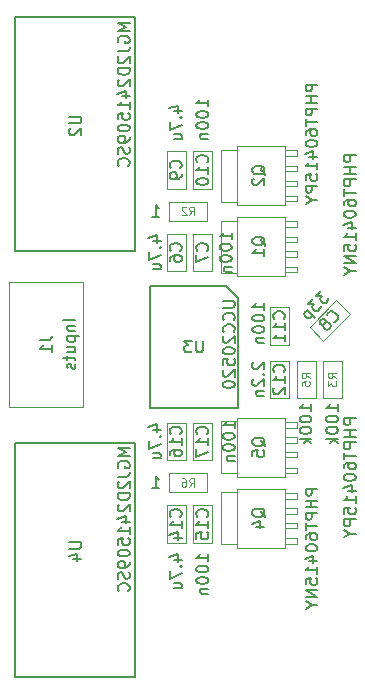
<source format=gbr>
G04 #@! TF.FileFunction,Other,Fab,Bot*
%FSLAX46Y46*%
G04 Gerber Fmt 4.6, Leading zero omitted, Abs format (unit mm)*
G04 Created by KiCad (PCBNEW 4.0.7) date 04/23/18 08:39:13*
%MOMM*%
%LPD*%
G01*
G04 APERTURE LIST*
%ADD10C,0.100000*%
%ADD11C,0.120000*%
%ADD12C,0.150000*%
%ADD13C,0.105000*%
G04 APERTURE END LIST*
D10*
D11*
X380000Y-23530000D02*
X6580000Y-23530000D01*
X6580000Y-23530000D02*
X6580000Y-34090000D01*
X6580000Y-34090000D02*
X380000Y-34090000D01*
X380000Y-34090000D02*
X380000Y-23530000D01*
D10*
X24050000Y-25650000D02*
X22450000Y-25650000D01*
X24050000Y-28850000D02*
X24050000Y-25650000D01*
X22450000Y-28850000D02*
X24050000Y-28850000D01*
X22450000Y-25650000D02*
X22450000Y-28850000D01*
X13700000Y-22600000D02*
X15300000Y-22600000D01*
X13700000Y-19400000D02*
X13700000Y-22600000D01*
X15300000Y-19400000D02*
X13700000Y-19400000D01*
X15300000Y-22600000D02*
X15300000Y-19400000D01*
X15950000Y-22600000D02*
X17550000Y-22600000D01*
X15950000Y-19400000D02*
X15950000Y-22600000D01*
X17550000Y-19400000D02*
X15950000Y-19400000D01*
X17550000Y-22600000D02*
X17550000Y-19400000D01*
X29197056Y-26184315D02*
X28065685Y-25052944D01*
X26934315Y-28447056D02*
X29197056Y-26184315D01*
X25802944Y-27315685D02*
X26934315Y-28447056D01*
X28065685Y-25052944D02*
X25802944Y-27315685D01*
X13700000Y-15600000D02*
X15300000Y-15600000D01*
X13700000Y-12400000D02*
X13700000Y-15600000D01*
X15300000Y-12400000D02*
X13700000Y-12400000D01*
X15300000Y-15600000D02*
X15300000Y-12400000D01*
X15950000Y-15600000D02*
X17550000Y-15600000D01*
X15950000Y-12400000D02*
X15950000Y-15600000D01*
X17550000Y-12400000D02*
X15950000Y-12400000D01*
X17550000Y-15600000D02*
X17550000Y-12400000D01*
X22450000Y-33350000D02*
X24050000Y-33350000D01*
X22450000Y-30150000D02*
X22450000Y-33350000D01*
X24050000Y-30150000D02*
X22450000Y-30150000D01*
X24050000Y-33350000D02*
X24050000Y-30150000D01*
X13700000Y-45600000D02*
X15300000Y-45600000D01*
X13700000Y-42400000D02*
X13700000Y-45600000D01*
X15300000Y-42400000D02*
X13700000Y-42400000D01*
X15300000Y-45600000D02*
X15300000Y-42400000D01*
X15950000Y-45600000D02*
X17550000Y-45600000D01*
X15950000Y-42400000D02*
X15950000Y-45600000D01*
X17550000Y-42400000D02*
X15950000Y-42400000D01*
X17550000Y-45600000D02*
X17550000Y-42400000D01*
X13700000Y-38600000D02*
X15300000Y-38600000D01*
X13700000Y-35400000D02*
X13700000Y-38600000D01*
X15300000Y-35400000D02*
X13700000Y-35400000D01*
X15300000Y-38600000D02*
X15300000Y-35400000D01*
X15950000Y-38600000D02*
X17550000Y-38600000D01*
X15950000Y-35400000D02*
X15950000Y-38600000D01*
X17550000Y-35400000D02*
X15950000Y-35400000D01*
X17550000Y-38600000D02*
X17550000Y-35400000D01*
X23715000Y-22200000D02*
X24715000Y-22200000D01*
X24715000Y-22200000D02*
X24715000Y-22650000D01*
X24715000Y-22650000D02*
X23715000Y-22650000D01*
X23715000Y-20900000D02*
X24715000Y-20900000D01*
X24715000Y-20900000D02*
X24715000Y-21350000D01*
X24715000Y-21350000D02*
X23715000Y-21350000D01*
X23715000Y-19650000D02*
X24715000Y-19650000D01*
X24715000Y-19650000D02*
X24715000Y-20100000D01*
X24715000Y-20100000D02*
X23715000Y-20100000D01*
X24715000Y-18350000D02*
X24715000Y-18850000D01*
X24715000Y-18350000D02*
X23715000Y-18350000D01*
X24715000Y-18850000D02*
X23715000Y-18850000D01*
X18315000Y-18300000D02*
X18315000Y-22700000D01*
X18315000Y-22700000D02*
X19615000Y-22700000D01*
X18315000Y-18300000D02*
X19615000Y-18300000D01*
X19615000Y-18000000D02*
X23715000Y-18000000D01*
X23715000Y-18000000D02*
X23715000Y-23000000D01*
X23715000Y-23000000D02*
X19615000Y-23000000D01*
X19615000Y-23000000D02*
X19615000Y-18000000D01*
X23715000Y-16200000D02*
X24715000Y-16200000D01*
X24715000Y-16200000D02*
X24715000Y-16650000D01*
X24715000Y-16650000D02*
X23715000Y-16650000D01*
X23715000Y-14900000D02*
X24715000Y-14900000D01*
X24715000Y-14900000D02*
X24715000Y-15350000D01*
X24715000Y-15350000D02*
X23715000Y-15350000D01*
X23715000Y-13650000D02*
X24715000Y-13650000D01*
X24715000Y-13650000D02*
X24715000Y-14100000D01*
X24715000Y-14100000D02*
X23715000Y-14100000D01*
X24715000Y-12350000D02*
X24715000Y-12850000D01*
X24715000Y-12350000D02*
X23715000Y-12350000D01*
X24715000Y-12850000D02*
X23715000Y-12850000D01*
X18315000Y-12300000D02*
X18315000Y-16700000D01*
X18315000Y-16700000D02*
X19615000Y-16700000D01*
X18315000Y-12300000D02*
X19615000Y-12300000D01*
X19615000Y-12000000D02*
X23715000Y-12000000D01*
X23715000Y-12000000D02*
X23715000Y-17000000D01*
X23715000Y-17000000D02*
X19615000Y-17000000D01*
X19615000Y-17000000D02*
X19615000Y-12000000D01*
X23715000Y-45200000D02*
X24715000Y-45200000D01*
X24715000Y-45200000D02*
X24715000Y-45650000D01*
X24715000Y-45650000D02*
X23715000Y-45650000D01*
X23715000Y-43900000D02*
X24715000Y-43900000D01*
X24715000Y-43900000D02*
X24715000Y-44350000D01*
X24715000Y-44350000D02*
X23715000Y-44350000D01*
X23715000Y-42650000D02*
X24715000Y-42650000D01*
X24715000Y-42650000D02*
X24715000Y-43100000D01*
X24715000Y-43100000D02*
X23715000Y-43100000D01*
X24715000Y-41350000D02*
X24715000Y-41850000D01*
X24715000Y-41350000D02*
X23715000Y-41350000D01*
X24715000Y-41850000D02*
X23715000Y-41850000D01*
X18315000Y-41300000D02*
X18315000Y-45700000D01*
X18315000Y-45700000D02*
X19615000Y-45700000D01*
X18315000Y-41300000D02*
X19615000Y-41300000D01*
X19615000Y-41000000D02*
X23715000Y-41000000D01*
X23715000Y-41000000D02*
X23715000Y-46000000D01*
X23715000Y-46000000D02*
X19615000Y-46000000D01*
X19615000Y-46000000D02*
X19615000Y-41000000D01*
X23715000Y-39200000D02*
X24715000Y-39200000D01*
X24715000Y-39200000D02*
X24715000Y-39650000D01*
X24715000Y-39650000D02*
X23715000Y-39650000D01*
X23715000Y-37900000D02*
X24715000Y-37900000D01*
X24715000Y-37900000D02*
X24715000Y-38350000D01*
X24715000Y-38350000D02*
X23715000Y-38350000D01*
X23715000Y-36650000D02*
X24715000Y-36650000D01*
X24715000Y-36650000D02*
X24715000Y-37100000D01*
X24715000Y-37100000D02*
X23715000Y-37100000D01*
X24715000Y-35350000D02*
X24715000Y-35850000D01*
X24715000Y-35350000D02*
X23715000Y-35350000D01*
X24715000Y-35850000D02*
X23715000Y-35850000D01*
X18315000Y-35300000D02*
X18315000Y-39700000D01*
X18315000Y-39700000D02*
X19615000Y-39700000D01*
X18315000Y-35300000D02*
X19615000Y-35300000D01*
X19615000Y-35000000D02*
X23715000Y-35000000D01*
X23715000Y-35000000D02*
X23715000Y-40000000D01*
X23715000Y-40000000D02*
X19615000Y-40000000D01*
X19615000Y-40000000D02*
X19615000Y-35000000D01*
X17100000Y-18300000D02*
X17100000Y-16700000D01*
X13900000Y-18300000D02*
X17100000Y-18300000D01*
X13900000Y-16700000D02*
X13900000Y-18300000D01*
X17100000Y-16700000D02*
X13900000Y-16700000D01*
X26950000Y-33350000D02*
X28550000Y-33350000D01*
X26950000Y-30150000D02*
X26950000Y-33350000D01*
X28550000Y-30150000D02*
X26950000Y-30150000D01*
X28550000Y-33350000D02*
X28550000Y-30150000D01*
X24700000Y-33350000D02*
X26300000Y-33350000D01*
X24700000Y-30150000D02*
X24700000Y-33350000D01*
X26300000Y-30150000D02*
X24700000Y-30150000D01*
X26300000Y-33350000D02*
X26300000Y-30150000D01*
X17100000Y-41300000D02*
X17100000Y-39700000D01*
X13900000Y-41300000D02*
X17100000Y-41300000D01*
X13900000Y-39700000D02*
X13900000Y-41300000D01*
X17100000Y-39700000D02*
X13900000Y-39700000D01*
D12*
X18750000Y-23850000D02*
X12250000Y-23850000D01*
X12250000Y-23850000D02*
X12250000Y-34150000D01*
X12250000Y-34150000D02*
X19750000Y-34150000D01*
X19750000Y-34150000D02*
X19750000Y-24850000D01*
X19750000Y-24850000D02*
X18750000Y-23850000D01*
X833000Y-1087000D02*
X10993000Y-1087000D01*
X10993000Y-1087000D02*
X10993000Y-20899000D01*
X10993000Y-20899000D02*
X833000Y-20899000D01*
X833000Y-20899000D02*
X833000Y-1087000D01*
X833000Y-37087000D02*
X10993000Y-37087000D01*
X10993000Y-37087000D02*
X10993000Y-56899000D01*
X10993000Y-56899000D02*
X833000Y-56899000D01*
X833000Y-56899000D02*
X833000Y-37087000D01*
X5952381Y-26702381D02*
X4952381Y-26702381D01*
X5285714Y-27178571D02*
X5952381Y-27178571D01*
X5380952Y-27178571D02*
X5333333Y-27226190D01*
X5285714Y-27321428D01*
X5285714Y-27464286D01*
X5333333Y-27559524D01*
X5428571Y-27607143D01*
X5952381Y-27607143D01*
X5285714Y-28083333D02*
X6285714Y-28083333D01*
X5333333Y-28083333D02*
X5285714Y-28178571D01*
X5285714Y-28369048D01*
X5333333Y-28464286D01*
X5380952Y-28511905D01*
X5476190Y-28559524D01*
X5761905Y-28559524D01*
X5857143Y-28511905D01*
X5904762Y-28464286D01*
X5952381Y-28369048D01*
X5952381Y-28178571D01*
X5904762Y-28083333D01*
X5285714Y-29416667D02*
X5952381Y-29416667D01*
X5285714Y-28988095D02*
X5809524Y-28988095D01*
X5904762Y-29035714D01*
X5952381Y-29130952D01*
X5952381Y-29273810D01*
X5904762Y-29369048D01*
X5857143Y-29416667D01*
X5285714Y-29750000D02*
X5285714Y-30130952D01*
X4952381Y-29892857D02*
X5809524Y-29892857D01*
X5904762Y-29940476D01*
X5952381Y-30035714D01*
X5952381Y-30130952D01*
X5904762Y-30416667D02*
X5952381Y-30511905D01*
X5952381Y-30702381D01*
X5904762Y-30797620D01*
X5809524Y-30845239D01*
X5761905Y-30845239D01*
X5666667Y-30797620D01*
X5619048Y-30702381D01*
X5619048Y-30559524D01*
X5571429Y-30464286D01*
X5476190Y-30416667D01*
X5428571Y-30416667D01*
X5333333Y-30464286D01*
X5285714Y-30559524D01*
X5285714Y-30702381D01*
X5333333Y-30797620D01*
X2952381Y-28416667D02*
X3666667Y-28416667D01*
X3809524Y-28369047D01*
X3904762Y-28273809D01*
X3952381Y-28130952D01*
X3952381Y-28035714D01*
X3952381Y-29416667D02*
X3952381Y-28845238D01*
X3952381Y-29130952D02*
X2952381Y-29130952D01*
X3095238Y-29035714D01*
X3190476Y-28940476D01*
X3238095Y-28845238D01*
X21952381Y-25880953D02*
X21952381Y-25309524D01*
X21952381Y-25595238D02*
X20952381Y-25595238D01*
X21095238Y-25500000D01*
X21190476Y-25404762D01*
X21238095Y-25309524D01*
X20952381Y-26500000D02*
X20952381Y-26595239D01*
X21000000Y-26690477D01*
X21047619Y-26738096D01*
X21142857Y-26785715D01*
X21333333Y-26833334D01*
X21571429Y-26833334D01*
X21761905Y-26785715D01*
X21857143Y-26738096D01*
X21904762Y-26690477D01*
X21952381Y-26595239D01*
X21952381Y-26500000D01*
X21904762Y-26404762D01*
X21857143Y-26357143D01*
X21761905Y-26309524D01*
X21571429Y-26261905D01*
X21333333Y-26261905D01*
X21142857Y-26309524D01*
X21047619Y-26357143D01*
X21000000Y-26404762D01*
X20952381Y-26500000D01*
X20952381Y-27452381D02*
X20952381Y-27547620D01*
X21000000Y-27642858D01*
X21047619Y-27690477D01*
X21142857Y-27738096D01*
X21333333Y-27785715D01*
X21571429Y-27785715D01*
X21761905Y-27738096D01*
X21857143Y-27690477D01*
X21904762Y-27642858D01*
X21952381Y-27547620D01*
X21952381Y-27452381D01*
X21904762Y-27357143D01*
X21857143Y-27309524D01*
X21761905Y-27261905D01*
X21571429Y-27214286D01*
X21333333Y-27214286D01*
X21142857Y-27261905D01*
X21047619Y-27309524D01*
X21000000Y-27357143D01*
X20952381Y-27452381D01*
X21285714Y-28214286D02*
X21952381Y-28214286D01*
X21380952Y-28214286D02*
X21333333Y-28261905D01*
X21285714Y-28357143D01*
X21285714Y-28500001D01*
X21333333Y-28595239D01*
X21428571Y-28642858D01*
X21952381Y-28642858D01*
X23607143Y-26607143D02*
X23654762Y-26559524D01*
X23702381Y-26416667D01*
X23702381Y-26321429D01*
X23654762Y-26178571D01*
X23559524Y-26083333D01*
X23464286Y-26035714D01*
X23273810Y-25988095D01*
X23130952Y-25988095D01*
X22940476Y-26035714D01*
X22845238Y-26083333D01*
X22750000Y-26178571D01*
X22702381Y-26321429D01*
X22702381Y-26416667D01*
X22750000Y-26559524D01*
X22797619Y-26607143D01*
X23702381Y-27559524D02*
X23702381Y-26988095D01*
X23702381Y-27273809D02*
X22702381Y-27273809D01*
X22845238Y-27178571D01*
X22940476Y-27083333D01*
X22988095Y-26988095D01*
X23702381Y-28511905D02*
X23702381Y-27940476D01*
X23702381Y-28226190D02*
X22702381Y-28226190D01*
X22845238Y-28130952D01*
X22940476Y-28035714D01*
X22988095Y-27940476D01*
X12535714Y-20023810D02*
X13202381Y-20023810D01*
X12154762Y-19785714D02*
X12869048Y-19547619D01*
X12869048Y-20166667D01*
X13107143Y-20547619D02*
X13154762Y-20595238D01*
X13202381Y-20547619D01*
X13154762Y-20500000D01*
X13107143Y-20547619D01*
X13202381Y-20547619D01*
X12202381Y-20928571D02*
X12202381Y-21595238D01*
X13202381Y-21166666D01*
X12535714Y-22404762D02*
X13202381Y-22404762D01*
X12535714Y-21976190D02*
X13059524Y-21976190D01*
X13154762Y-22023809D01*
X13202381Y-22119047D01*
X13202381Y-22261905D01*
X13154762Y-22357143D01*
X13107143Y-22404762D01*
X14857143Y-20833334D02*
X14904762Y-20785715D01*
X14952381Y-20642858D01*
X14952381Y-20547620D01*
X14904762Y-20404762D01*
X14809524Y-20309524D01*
X14714286Y-20261905D01*
X14523810Y-20214286D01*
X14380952Y-20214286D01*
X14190476Y-20261905D01*
X14095238Y-20309524D01*
X14000000Y-20404762D01*
X13952381Y-20547620D01*
X13952381Y-20642858D01*
X14000000Y-20785715D01*
X14047619Y-20833334D01*
X13952381Y-21690477D02*
X13952381Y-21500000D01*
X14000000Y-21404762D01*
X14047619Y-21357143D01*
X14190476Y-21261905D01*
X14380952Y-21214286D01*
X14761905Y-21214286D01*
X14857143Y-21261905D01*
X14904762Y-21309524D01*
X14952381Y-21404762D01*
X14952381Y-21595239D01*
X14904762Y-21690477D01*
X14857143Y-21738096D01*
X14761905Y-21785715D01*
X14523810Y-21785715D01*
X14428571Y-21738096D01*
X14380952Y-21690477D01*
X14333333Y-21595239D01*
X14333333Y-21404762D01*
X14380952Y-21309524D01*
X14428571Y-21261905D01*
X14523810Y-21214286D01*
X19202381Y-19880953D02*
X19202381Y-19309524D01*
X19202381Y-19595238D02*
X18202381Y-19595238D01*
X18345238Y-19500000D01*
X18440476Y-19404762D01*
X18488095Y-19309524D01*
X18202381Y-20500000D02*
X18202381Y-20595239D01*
X18250000Y-20690477D01*
X18297619Y-20738096D01*
X18392857Y-20785715D01*
X18583333Y-20833334D01*
X18821429Y-20833334D01*
X19011905Y-20785715D01*
X19107143Y-20738096D01*
X19154762Y-20690477D01*
X19202381Y-20595239D01*
X19202381Y-20500000D01*
X19154762Y-20404762D01*
X19107143Y-20357143D01*
X19011905Y-20309524D01*
X18821429Y-20261905D01*
X18583333Y-20261905D01*
X18392857Y-20309524D01*
X18297619Y-20357143D01*
X18250000Y-20404762D01*
X18202381Y-20500000D01*
X18202381Y-21452381D02*
X18202381Y-21547620D01*
X18250000Y-21642858D01*
X18297619Y-21690477D01*
X18392857Y-21738096D01*
X18583333Y-21785715D01*
X18821429Y-21785715D01*
X19011905Y-21738096D01*
X19107143Y-21690477D01*
X19154762Y-21642858D01*
X19202381Y-21547620D01*
X19202381Y-21452381D01*
X19154762Y-21357143D01*
X19107143Y-21309524D01*
X19011905Y-21261905D01*
X18821429Y-21214286D01*
X18583333Y-21214286D01*
X18392857Y-21261905D01*
X18297619Y-21309524D01*
X18250000Y-21357143D01*
X18202381Y-21452381D01*
X18535714Y-22214286D02*
X19202381Y-22214286D01*
X18630952Y-22214286D02*
X18583333Y-22261905D01*
X18535714Y-22357143D01*
X18535714Y-22500001D01*
X18583333Y-22595239D01*
X18678571Y-22642858D01*
X19202381Y-22642858D01*
X17107143Y-20833334D02*
X17154762Y-20785715D01*
X17202381Y-20642858D01*
X17202381Y-20547620D01*
X17154762Y-20404762D01*
X17059524Y-20309524D01*
X16964286Y-20261905D01*
X16773810Y-20214286D01*
X16630952Y-20214286D01*
X16440476Y-20261905D01*
X16345238Y-20309524D01*
X16250000Y-20404762D01*
X16202381Y-20547620D01*
X16202381Y-20642858D01*
X16250000Y-20785715D01*
X16297619Y-20833334D01*
X16202381Y-21166667D02*
X16202381Y-21833334D01*
X17202381Y-21404762D01*
X26755076Y-24220473D02*
X26317343Y-24658206D01*
X26822420Y-24691877D01*
X26721404Y-24792893D01*
X26687732Y-24893908D01*
X26687732Y-24961252D01*
X26721405Y-25062268D01*
X26889763Y-25230626D01*
X26990778Y-25264298D01*
X27058122Y-25264298D01*
X27159137Y-25230626D01*
X27361168Y-25028595D01*
X27394840Y-24927580D01*
X27394840Y-24860237D01*
X26081641Y-24893908D02*
X25643908Y-25331641D01*
X26148985Y-25365312D01*
X26047969Y-25466328D01*
X26014297Y-25567343D01*
X26014297Y-25634687D01*
X26047970Y-25735703D01*
X26216328Y-25904061D01*
X26317343Y-25937733D01*
X26384687Y-25937733D01*
X26485702Y-25904061D01*
X26687733Y-25702030D01*
X26721405Y-25601015D01*
X26721405Y-25533672D01*
X25576565Y-25870389D02*
X26283672Y-26577496D01*
X25610237Y-25904061D02*
X25509222Y-25937732D01*
X25374534Y-26072420D01*
X25340862Y-26173435D01*
X25340862Y-26240778D01*
X25374534Y-26341794D01*
X25576565Y-26543825D01*
X25677580Y-26577496D01*
X25744924Y-26577496D01*
X25845939Y-26543825D01*
X25980626Y-26409137D01*
X26014298Y-26308122D01*
X27870389Y-26884688D02*
X27937732Y-26884688D01*
X28072419Y-26817344D01*
X28139763Y-26750001D01*
X28207107Y-26615313D01*
X28207107Y-26480626D01*
X28173435Y-26379611D01*
X28072420Y-26211253D01*
X27971404Y-26110237D01*
X27803045Y-26009222D01*
X27702030Y-25975550D01*
X27567343Y-25975550D01*
X27432656Y-26042894D01*
X27365312Y-26110237D01*
X27297969Y-26244924D01*
X27297969Y-26312268D01*
X27129610Y-26952030D02*
X27163282Y-26851015D01*
X27163282Y-26783672D01*
X27129610Y-26682657D01*
X27095939Y-26648985D01*
X26994924Y-26615313D01*
X26927580Y-26615313D01*
X26826565Y-26648985D01*
X26691877Y-26783672D01*
X26658206Y-26884688D01*
X26658206Y-26952031D01*
X26691877Y-27053046D01*
X26725549Y-27086718D01*
X26826564Y-27120390D01*
X26893908Y-27120390D01*
X26994923Y-27086718D01*
X27129610Y-26952030D01*
X27230626Y-26918359D01*
X27297969Y-26918359D01*
X27398985Y-26952031D01*
X27533672Y-27086718D01*
X27567343Y-27187733D01*
X27567343Y-27255076D01*
X27533672Y-27356092D01*
X27398984Y-27490779D01*
X27297969Y-27524451D01*
X27230626Y-27524451D01*
X27129610Y-27490779D01*
X26994924Y-27356092D01*
X26961251Y-27255076D01*
X26961251Y-27187733D01*
X26994923Y-27086718D01*
X14285714Y-9023810D02*
X14952381Y-9023810D01*
X13904762Y-8785714D02*
X14619048Y-8547619D01*
X14619048Y-9166667D01*
X14857143Y-9547619D02*
X14904762Y-9595238D01*
X14952381Y-9547619D01*
X14904762Y-9500000D01*
X14857143Y-9547619D01*
X14952381Y-9547619D01*
X13952381Y-9928571D02*
X13952381Y-10595238D01*
X14952381Y-10166666D01*
X14285714Y-11404762D02*
X14952381Y-11404762D01*
X14285714Y-10976190D02*
X14809524Y-10976190D01*
X14904762Y-11023809D01*
X14952381Y-11119047D01*
X14952381Y-11261905D01*
X14904762Y-11357143D01*
X14857143Y-11404762D01*
X14857143Y-13833334D02*
X14904762Y-13785715D01*
X14952381Y-13642858D01*
X14952381Y-13547620D01*
X14904762Y-13404762D01*
X14809524Y-13309524D01*
X14714286Y-13261905D01*
X14523810Y-13214286D01*
X14380952Y-13214286D01*
X14190476Y-13261905D01*
X14095238Y-13309524D01*
X14000000Y-13404762D01*
X13952381Y-13547620D01*
X13952381Y-13642858D01*
X14000000Y-13785715D01*
X14047619Y-13833334D01*
X14952381Y-14309524D02*
X14952381Y-14500000D01*
X14904762Y-14595239D01*
X14857143Y-14642858D01*
X14714286Y-14738096D01*
X14523810Y-14785715D01*
X14142857Y-14785715D01*
X14047619Y-14738096D01*
X14000000Y-14690477D01*
X13952381Y-14595239D01*
X13952381Y-14404762D01*
X14000000Y-14309524D01*
X14047619Y-14261905D01*
X14142857Y-14214286D01*
X14380952Y-14214286D01*
X14476190Y-14261905D01*
X14523810Y-14309524D01*
X14571429Y-14404762D01*
X14571429Y-14595239D01*
X14523810Y-14690477D01*
X14476190Y-14738096D01*
X14380952Y-14785715D01*
X17202381Y-8630953D02*
X17202381Y-8059524D01*
X17202381Y-8345238D02*
X16202381Y-8345238D01*
X16345238Y-8250000D01*
X16440476Y-8154762D01*
X16488095Y-8059524D01*
X16202381Y-9250000D02*
X16202381Y-9345239D01*
X16250000Y-9440477D01*
X16297619Y-9488096D01*
X16392857Y-9535715D01*
X16583333Y-9583334D01*
X16821429Y-9583334D01*
X17011905Y-9535715D01*
X17107143Y-9488096D01*
X17154762Y-9440477D01*
X17202381Y-9345239D01*
X17202381Y-9250000D01*
X17154762Y-9154762D01*
X17107143Y-9107143D01*
X17011905Y-9059524D01*
X16821429Y-9011905D01*
X16583333Y-9011905D01*
X16392857Y-9059524D01*
X16297619Y-9107143D01*
X16250000Y-9154762D01*
X16202381Y-9250000D01*
X16202381Y-10202381D02*
X16202381Y-10297620D01*
X16250000Y-10392858D01*
X16297619Y-10440477D01*
X16392857Y-10488096D01*
X16583333Y-10535715D01*
X16821429Y-10535715D01*
X17011905Y-10488096D01*
X17107143Y-10440477D01*
X17154762Y-10392858D01*
X17202381Y-10297620D01*
X17202381Y-10202381D01*
X17154762Y-10107143D01*
X17107143Y-10059524D01*
X17011905Y-10011905D01*
X16821429Y-9964286D01*
X16583333Y-9964286D01*
X16392857Y-10011905D01*
X16297619Y-10059524D01*
X16250000Y-10107143D01*
X16202381Y-10202381D01*
X16535714Y-10964286D02*
X17202381Y-10964286D01*
X16630952Y-10964286D02*
X16583333Y-11011905D01*
X16535714Y-11107143D01*
X16535714Y-11250001D01*
X16583333Y-11345239D01*
X16678571Y-11392858D01*
X17202381Y-11392858D01*
X17107143Y-13357143D02*
X17154762Y-13309524D01*
X17202381Y-13166667D01*
X17202381Y-13071429D01*
X17154762Y-12928571D01*
X17059524Y-12833333D01*
X16964286Y-12785714D01*
X16773810Y-12738095D01*
X16630952Y-12738095D01*
X16440476Y-12785714D01*
X16345238Y-12833333D01*
X16250000Y-12928571D01*
X16202381Y-13071429D01*
X16202381Y-13166667D01*
X16250000Y-13309524D01*
X16297619Y-13357143D01*
X17202381Y-14309524D02*
X17202381Y-13738095D01*
X17202381Y-14023809D02*
X16202381Y-14023809D01*
X16345238Y-13928571D01*
X16440476Y-13833333D01*
X16488095Y-13738095D01*
X16202381Y-14928571D02*
X16202381Y-15023810D01*
X16250000Y-15119048D01*
X16297619Y-15166667D01*
X16392857Y-15214286D01*
X16583333Y-15261905D01*
X16821429Y-15261905D01*
X17011905Y-15214286D01*
X17107143Y-15166667D01*
X17154762Y-15119048D01*
X17202381Y-15023810D01*
X17202381Y-14928571D01*
X17154762Y-14833333D01*
X17107143Y-14785714D01*
X17011905Y-14738095D01*
X16821429Y-14690476D01*
X16583333Y-14690476D01*
X16392857Y-14738095D01*
X16297619Y-14785714D01*
X16250000Y-14833333D01*
X16202381Y-14928571D01*
X21047619Y-30297619D02*
X21000000Y-30345238D01*
X20952381Y-30440476D01*
X20952381Y-30678572D01*
X21000000Y-30773810D01*
X21047619Y-30821429D01*
X21142857Y-30869048D01*
X21238095Y-30869048D01*
X21380952Y-30821429D01*
X21952381Y-30250000D01*
X21952381Y-30869048D01*
X21857143Y-31297619D02*
X21904762Y-31345238D01*
X21952381Y-31297619D01*
X21904762Y-31250000D01*
X21857143Y-31297619D01*
X21952381Y-31297619D01*
X21047619Y-31726190D02*
X21000000Y-31773809D01*
X20952381Y-31869047D01*
X20952381Y-32107143D01*
X21000000Y-32202381D01*
X21047619Y-32250000D01*
X21142857Y-32297619D01*
X21238095Y-32297619D01*
X21380952Y-32250000D01*
X21952381Y-31678571D01*
X21952381Y-32297619D01*
X21285714Y-32726190D02*
X21952381Y-32726190D01*
X21380952Y-32726190D02*
X21333333Y-32773809D01*
X21285714Y-32869047D01*
X21285714Y-33011905D01*
X21333333Y-33107143D01*
X21428571Y-33154762D01*
X21952381Y-33154762D01*
X23607143Y-31107143D02*
X23654762Y-31059524D01*
X23702381Y-30916667D01*
X23702381Y-30821429D01*
X23654762Y-30678571D01*
X23559524Y-30583333D01*
X23464286Y-30535714D01*
X23273810Y-30488095D01*
X23130952Y-30488095D01*
X22940476Y-30535714D01*
X22845238Y-30583333D01*
X22750000Y-30678571D01*
X22702381Y-30821429D01*
X22702381Y-30916667D01*
X22750000Y-31059524D01*
X22797619Y-31107143D01*
X23702381Y-32059524D02*
X23702381Y-31488095D01*
X23702381Y-31773809D02*
X22702381Y-31773809D01*
X22845238Y-31678571D01*
X22940476Y-31583333D01*
X22988095Y-31488095D01*
X22797619Y-32440476D02*
X22750000Y-32488095D01*
X22702381Y-32583333D01*
X22702381Y-32821429D01*
X22750000Y-32916667D01*
X22797619Y-32964286D01*
X22892857Y-33011905D01*
X22988095Y-33011905D01*
X23130952Y-32964286D01*
X23702381Y-32392857D01*
X23702381Y-33011905D01*
X14285714Y-47023810D02*
X14952381Y-47023810D01*
X13904762Y-46785714D02*
X14619048Y-46547619D01*
X14619048Y-47166667D01*
X14857143Y-47547619D02*
X14904762Y-47595238D01*
X14952381Y-47547619D01*
X14904762Y-47500000D01*
X14857143Y-47547619D01*
X14952381Y-47547619D01*
X13952381Y-47928571D02*
X13952381Y-48595238D01*
X14952381Y-48166666D01*
X14285714Y-49404762D02*
X14952381Y-49404762D01*
X14285714Y-48976190D02*
X14809524Y-48976190D01*
X14904762Y-49023809D01*
X14952381Y-49119047D01*
X14952381Y-49261905D01*
X14904762Y-49357143D01*
X14857143Y-49404762D01*
X14857143Y-43357143D02*
X14904762Y-43309524D01*
X14952381Y-43166667D01*
X14952381Y-43071429D01*
X14904762Y-42928571D01*
X14809524Y-42833333D01*
X14714286Y-42785714D01*
X14523810Y-42738095D01*
X14380952Y-42738095D01*
X14190476Y-42785714D01*
X14095238Y-42833333D01*
X14000000Y-42928571D01*
X13952381Y-43071429D01*
X13952381Y-43166667D01*
X14000000Y-43309524D01*
X14047619Y-43357143D01*
X14952381Y-44309524D02*
X14952381Y-43738095D01*
X14952381Y-44023809D02*
X13952381Y-44023809D01*
X14095238Y-43928571D01*
X14190476Y-43833333D01*
X14238095Y-43738095D01*
X14285714Y-45166667D02*
X14952381Y-45166667D01*
X13904762Y-44928571D02*
X14619048Y-44690476D01*
X14619048Y-45309524D01*
X17202381Y-47130953D02*
X17202381Y-46559524D01*
X17202381Y-46845238D02*
X16202381Y-46845238D01*
X16345238Y-46750000D01*
X16440476Y-46654762D01*
X16488095Y-46559524D01*
X16202381Y-47750000D02*
X16202381Y-47845239D01*
X16250000Y-47940477D01*
X16297619Y-47988096D01*
X16392857Y-48035715D01*
X16583333Y-48083334D01*
X16821429Y-48083334D01*
X17011905Y-48035715D01*
X17107143Y-47988096D01*
X17154762Y-47940477D01*
X17202381Y-47845239D01*
X17202381Y-47750000D01*
X17154762Y-47654762D01*
X17107143Y-47607143D01*
X17011905Y-47559524D01*
X16821429Y-47511905D01*
X16583333Y-47511905D01*
X16392857Y-47559524D01*
X16297619Y-47607143D01*
X16250000Y-47654762D01*
X16202381Y-47750000D01*
X16202381Y-48702381D02*
X16202381Y-48797620D01*
X16250000Y-48892858D01*
X16297619Y-48940477D01*
X16392857Y-48988096D01*
X16583333Y-49035715D01*
X16821429Y-49035715D01*
X17011905Y-48988096D01*
X17107143Y-48940477D01*
X17154762Y-48892858D01*
X17202381Y-48797620D01*
X17202381Y-48702381D01*
X17154762Y-48607143D01*
X17107143Y-48559524D01*
X17011905Y-48511905D01*
X16821429Y-48464286D01*
X16583333Y-48464286D01*
X16392857Y-48511905D01*
X16297619Y-48559524D01*
X16250000Y-48607143D01*
X16202381Y-48702381D01*
X16535714Y-49464286D02*
X17202381Y-49464286D01*
X16630952Y-49464286D02*
X16583333Y-49511905D01*
X16535714Y-49607143D01*
X16535714Y-49750001D01*
X16583333Y-49845239D01*
X16678571Y-49892858D01*
X17202381Y-49892858D01*
X17107143Y-43357143D02*
X17154762Y-43309524D01*
X17202381Y-43166667D01*
X17202381Y-43071429D01*
X17154762Y-42928571D01*
X17059524Y-42833333D01*
X16964286Y-42785714D01*
X16773810Y-42738095D01*
X16630952Y-42738095D01*
X16440476Y-42785714D01*
X16345238Y-42833333D01*
X16250000Y-42928571D01*
X16202381Y-43071429D01*
X16202381Y-43166667D01*
X16250000Y-43309524D01*
X16297619Y-43357143D01*
X17202381Y-44309524D02*
X17202381Y-43738095D01*
X17202381Y-44023809D02*
X16202381Y-44023809D01*
X16345238Y-43928571D01*
X16440476Y-43833333D01*
X16488095Y-43738095D01*
X16202381Y-45214286D02*
X16202381Y-44738095D01*
X16678571Y-44690476D01*
X16630952Y-44738095D01*
X16583333Y-44833333D01*
X16583333Y-45071429D01*
X16630952Y-45166667D01*
X16678571Y-45214286D01*
X16773810Y-45261905D01*
X17011905Y-45261905D01*
X17107143Y-45214286D01*
X17154762Y-45166667D01*
X17202381Y-45071429D01*
X17202381Y-44833333D01*
X17154762Y-44738095D01*
X17107143Y-44690476D01*
X12535714Y-36023810D02*
X13202381Y-36023810D01*
X12154762Y-35785714D02*
X12869048Y-35547619D01*
X12869048Y-36166667D01*
X13107143Y-36547619D02*
X13154762Y-36595238D01*
X13202381Y-36547619D01*
X13154762Y-36500000D01*
X13107143Y-36547619D01*
X13202381Y-36547619D01*
X12202381Y-36928571D02*
X12202381Y-37595238D01*
X13202381Y-37166666D01*
X12535714Y-38404762D02*
X13202381Y-38404762D01*
X12535714Y-37976190D02*
X13059524Y-37976190D01*
X13154762Y-38023809D01*
X13202381Y-38119047D01*
X13202381Y-38261905D01*
X13154762Y-38357143D01*
X13107143Y-38404762D01*
X14857143Y-36357143D02*
X14904762Y-36309524D01*
X14952381Y-36166667D01*
X14952381Y-36071429D01*
X14904762Y-35928571D01*
X14809524Y-35833333D01*
X14714286Y-35785714D01*
X14523810Y-35738095D01*
X14380952Y-35738095D01*
X14190476Y-35785714D01*
X14095238Y-35833333D01*
X14000000Y-35928571D01*
X13952381Y-36071429D01*
X13952381Y-36166667D01*
X14000000Y-36309524D01*
X14047619Y-36357143D01*
X14952381Y-37309524D02*
X14952381Y-36738095D01*
X14952381Y-37023809D02*
X13952381Y-37023809D01*
X14095238Y-36928571D01*
X14190476Y-36833333D01*
X14238095Y-36738095D01*
X13952381Y-38166667D02*
X13952381Y-37976190D01*
X14000000Y-37880952D01*
X14047619Y-37833333D01*
X14190476Y-37738095D01*
X14380952Y-37690476D01*
X14761905Y-37690476D01*
X14857143Y-37738095D01*
X14904762Y-37785714D01*
X14952381Y-37880952D01*
X14952381Y-38071429D01*
X14904762Y-38166667D01*
X14857143Y-38214286D01*
X14761905Y-38261905D01*
X14523810Y-38261905D01*
X14428571Y-38214286D01*
X14380952Y-38166667D01*
X14333333Y-38071429D01*
X14333333Y-37880952D01*
X14380952Y-37785714D01*
X14428571Y-37738095D01*
X14523810Y-37690476D01*
X19452381Y-35880953D02*
X19452381Y-35309524D01*
X19452381Y-35595238D02*
X18452381Y-35595238D01*
X18595238Y-35500000D01*
X18690476Y-35404762D01*
X18738095Y-35309524D01*
X18452381Y-36500000D02*
X18452381Y-36595239D01*
X18500000Y-36690477D01*
X18547619Y-36738096D01*
X18642857Y-36785715D01*
X18833333Y-36833334D01*
X19071429Y-36833334D01*
X19261905Y-36785715D01*
X19357143Y-36738096D01*
X19404762Y-36690477D01*
X19452381Y-36595239D01*
X19452381Y-36500000D01*
X19404762Y-36404762D01*
X19357143Y-36357143D01*
X19261905Y-36309524D01*
X19071429Y-36261905D01*
X18833333Y-36261905D01*
X18642857Y-36309524D01*
X18547619Y-36357143D01*
X18500000Y-36404762D01*
X18452381Y-36500000D01*
X18452381Y-37452381D02*
X18452381Y-37547620D01*
X18500000Y-37642858D01*
X18547619Y-37690477D01*
X18642857Y-37738096D01*
X18833333Y-37785715D01*
X19071429Y-37785715D01*
X19261905Y-37738096D01*
X19357143Y-37690477D01*
X19404762Y-37642858D01*
X19452381Y-37547620D01*
X19452381Y-37452381D01*
X19404762Y-37357143D01*
X19357143Y-37309524D01*
X19261905Y-37261905D01*
X19071429Y-37214286D01*
X18833333Y-37214286D01*
X18642857Y-37261905D01*
X18547619Y-37309524D01*
X18500000Y-37357143D01*
X18452381Y-37452381D01*
X18785714Y-38214286D02*
X19452381Y-38214286D01*
X18880952Y-38214286D02*
X18833333Y-38261905D01*
X18785714Y-38357143D01*
X18785714Y-38500001D01*
X18833333Y-38595239D01*
X18928571Y-38642858D01*
X19452381Y-38642858D01*
X17107143Y-36357143D02*
X17154762Y-36309524D01*
X17202381Y-36166667D01*
X17202381Y-36071429D01*
X17154762Y-35928571D01*
X17059524Y-35833333D01*
X16964286Y-35785714D01*
X16773810Y-35738095D01*
X16630952Y-35738095D01*
X16440476Y-35785714D01*
X16345238Y-35833333D01*
X16250000Y-35928571D01*
X16202381Y-36071429D01*
X16202381Y-36166667D01*
X16250000Y-36309524D01*
X16297619Y-36357143D01*
X17202381Y-37309524D02*
X17202381Y-36738095D01*
X17202381Y-37023809D02*
X16202381Y-37023809D01*
X16345238Y-36928571D01*
X16440476Y-36833333D01*
X16488095Y-36738095D01*
X16202381Y-37642857D02*
X16202381Y-38309524D01*
X17202381Y-37880952D01*
X29702381Y-12750000D02*
X28702381Y-12750000D01*
X28702381Y-13130953D01*
X28750000Y-13226191D01*
X28797619Y-13273810D01*
X28892857Y-13321429D01*
X29035714Y-13321429D01*
X29130952Y-13273810D01*
X29178571Y-13226191D01*
X29226190Y-13130953D01*
X29226190Y-12750000D01*
X29702381Y-13750000D02*
X28702381Y-13750000D01*
X29178571Y-13750000D02*
X29178571Y-14321429D01*
X29702381Y-14321429D02*
X28702381Y-14321429D01*
X29702381Y-14797619D02*
X28702381Y-14797619D01*
X28702381Y-15178572D01*
X28750000Y-15273810D01*
X28797619Y-15321429D01*
X28892857Y-15369048D01*
X29035714Y-15369048D01*
X29130952Y-15321429D01*
X29178571Y-15273810D01*
X29226190Y-15178572D01*
X29226190Y-14797619D01*
X28702381Y-15654762D02*
X28702381Y-16226191D01*
X29702381Y-15940476D02*
X28702381Y-15940476D01*
X28702381Y-16988096D02*
X28702381Y-16797619D01*
X28750000Y-16702381D01*
X28797619Y-16654762D01*
X28940476Y-16559524D01*
X29130952Y-16511905D01*
X29511905Y-16511905D01*
X29607143Y-16559524D01*
X29654762Y-16607143D01*
X29702381Y-16702381D01*
X29702381Y-16892858D01*
X29654762Y-16988096D01*
X29607143Y-17035715D01*
X29511905Y-17083334D01*
X29273810Y-17083334D01*
X29178571Y-17035715D01*
X29130952Y-16988096D01*
X29083333Y-16892858D01*
X29083333Y-16702381D01*
X29130952Y-16607143D01*
X29178571Y-16559524D01*
X29273810Y-16511905D01*
X28702381Y-17702381D02*
X28702381Y-17797620D01*
X28750000Y-17892858D01*
X28797619Y-17940477D01*
X28892857Y-17988096D01*
X29083333Y-18035715D01*
X29321429Y-18035715D01*
X29511905Y-17988096D01*
X29607143Y-17940477D01*
X29654762Y-17892858D01*
X29702381Y-17797620D01*
X29702381Y-17702381D01*
X29654762Y-17607143D01*
X29607143Y-17559524D01*
X29511905Y-17511905D01*
X29321429Y-17464286D01*
X29083333Y-17464286D01*
X28892857Y-17511905D01*
X28797619Y-17559524D01*
X28750000Y-17607143D01*
X28702381Y-17702381D01*
X29035714Y-18892858D02*
X29702381Y-18892858D01*
X28654762Y-18654762D02*
X29369048Y-18416667D01*
X29369048Y-19035715D01*
X29702381Y-19940477D02*
X29702381Y-19369048D01*
X29702381Y-19654762D02*
X28702381Y-19654762D01*
X28845238Y-19559524D01*
X28940476Y-19464286D01*
X28988095Y-19369048D01*
X28702381Y-20845239D02*
X28702381Y-20369048D01*
X29178571Y-20321429D01*
X29130952Y-20369048D01*
X29083333Y-20464286D01*
X29083333Y-20702382D01*
X29130952Y-20797620D01*
X29178571Y-20845239D01*
X29273810Y-20892858D01*
X29511905Y-20892858D01*
X29607143Y-20845239D01*
X29654762Y-20797620D01*
X29702381Y-20702382D01*
X29702381Y-20464286D01*
X29654762Y-20369048D01*
X29607143Y-20321429D01*
X29702381Y-21321429D02*
X28702381Y-21321429D01*
X29702381Y-21892858D01*
X28702381Y-21892858D01*
X29226190Y-22559524D02*
X29702381Y-22559524D01*
X28702381Y-22226191D02*
X29226190Y-22559524D01*
X28702381Y-22892858D01*
X22047619Y-20404762D02*
X22000000Y-20309524D01*
X21904762Y-20214286D01*
X21761905Y-20071429D01*
X21714286Y-19976190D01*
X21714286Y-19880952D01*
X21952381Y-19928571D02*
X21904762Y-19833333D01*
X21809524Y-19738095D01*
X21619048Y-19690476D01*
X21285714Y-19690476D01*
X21095238Y-19738095D01*
X21000000Y-19833333D01*
X20952381Y-19928571D01*
X20952381Y-20119048D01*
X21000000Y-20214286D01*
X21095238Y-20309524D01*
X21285714Y-20357143D01*
X21619048Y-20357143D01*
X21809524Y-20309524D01*
X21904762Y-20214286D01*
X21952381Y-20119048D01*
X21952381Y-19928571D01*
X21952381Y-21309524D02*
X21952381Y-20738095D01*
X21952381Y-21023809D02*
X20952381Y-21023809D01*
X21095238Y-20928571D01*
X21190476Y-20833333D01*
X21238095Y-20738095D01*
X26452381Y-6773809D02*
X25452381Y-6773809D01*
X25452381Y-7154762D01*
X25500000Y-7250000D01*
X25547619Y-7297619D01*
X25642857Y-7345238D01*
X25785714Y-7345238D01*
X25880952Y-7297619D01*
X25928571Y-7250000D01*
X25976190Y-7154762D01*
X25976190Y-6773809D01*
X26452381Y-7773809D02*
X25452381Y-7773809D01*
X25928571Y-7773809D02*
X25928571Y-8345238D01*
X26452381Y-8345238D02*
X25452381Y-8345238D01*
X26452381Y-8821428D02*
X25452381Y-8821428D01*
X25452381Y-9202381D01*
X25500000Y-9297619D01*
X25547619Y-9345238D01*
X25642857Y-9392857D01*
X25785714Y-9392857D01*
X25880952Y-9345238D01*
X25928571Y-9297619D01*
X25976190Y-9202381D01*
X25976190Y-8821428D01*
X25452381Y-9678571D02*
X25452381Y-10250000D01*
X26452381Y-9964285D02*
X25452381Y-9964285D01*
X25452381Y-11011905D02*
X25452381Y-10821428D01*
X25500000Y-10726190D01*
X25547619Y-10678571D01*
X25690476Y-10583333D01*
X25880952Y-10535714D01*
X26261905Y-10535714D01*
X26357143Y-10583333D01*
X26404762Y-10630952D01*
X26452381Y-10726190D01*
X26452381Y-10916667D01*
X26404762Y-11011905D01*
X26357143Y-11059524D01*
X26261905Y-11107143D01*
X26023810Y-11107143D01*
X25928571Y-11059524D01*
X25880952Y-11011905D01*
X25833333Y-10916667D01*
X25833333Y-10726190D01*
X25880952Y-10630952D01*
X25928571Y-10583333D01*
X26023810Y-10535714D01*
X25452381Y-11726190D02*
X25452381Y-11821429D01*
X25500000Y-11916667D01*
X25547619Y-11964286D01*
X25642857Y-12011905D01*
X25833333Y-12059524D01*
X26071429Y-12059524D01*
X26261905Y-12011905D01*
X26357143Y-11964286D01*
X26404762Y-11916667D01*
X26452381Y-11821429D01*
X26452381Y-11726190D01*
X26404762Y-11630952D01*
X26357143Y-11583333D01*
X26261905Y-11535714D01*
X26071429Y-11488095D01*
X25833333Y-11488095D01*
X25642857Y-11535714D01*
X25547619Y-11583333D01*
X25500000Y-11630952D01*
X25452381Y-11726190D01*
X25785714Y-12916667D02*
X26452381Y-12916667D01*
X25404762Y-12678571D02*
X26119048Y-12440476D01*
X26119048Y-13059524D01*
X26452381Y-13964286D02*
X26452381Y-13392857D01*
X26452381Y-13678571D02*
X25452381Y-13678571D01*
X25595238Y-13583333D01*
X25690476Y-13488095D01*
X25738095Y-13392857D01*
X25452381Y-14869048D02*
X25452381Y-14392857D01*
X25928571Y-14345238D01*
X25880952Y-14392857D01*
X25833333Y-14488095D01*
X25833333Y-14726191D01*
X25880952Y-14821429D01*
X25928571Y-14869048D01*
X26023810Y-14916667D01*
X26261905Y-14916667D01*
X26357143Y-14869048D01*
X26404762Y-14821429D01*
X26452381Y-14726191D01*
X26452381Y-14488095D01*
X26404762Y-14392857D01*
X26357143Y-14345238D01*
X26452381Y-15345238D02*
X25452381Y-15345238D01*
X25452381Y-15726191D01*
X25500000Y-15821429D01*
X25547619Y-15869048D01*
X25642857Y-15916667D01*
X25785714Y-15916667D01*
X25880952Y-15869048D01*
X25928571Y-15821429D01*
X25976190Y-15726191D01*
X25976190Y-15345238D01*
X25976190Y-16535714D02*
X26452381Y-16535714D01*
X25452381Y-16202381D02*
X25976190Y-16535714D01*
X25452381Y-16869048D01*
X22047619Y-14404762D02*
X22000000Y-14309524D01*
X21904762Y-14214286D01*
X21761905Y-14071429D01*
X21714286Y-13976190D01*
X21714286Y-13880952D01*
X21952381Y-13928571D02*
X21904762Y-13833333D01*
X21809524Y-13738095D01*
X21619048Y-13690476D01*
X21285714Y-13690476D01*
X21095238Y-13738095D01*
X21000000Y-13833333D01*
X20952381Y-13928571D01*
X20952381Y-14119048D01*
X21000000Y-14214286D01*
X21095238Y-14309524D01*
X21285714Y-14357143D01*
X21619048Y-14357143D01*
X21809524Y-14309524D01*
X21904762Y-14214286D01*
X21952381Y-14119048D01*
X21952381Y-13928571D01*
X21047619Y-14738095D02*
X21000000Y-14785714D01*
X20952381Y-14880952D01*
X20952381Y-15119048D01*
X21000000Y-15214286D01*
X21047619Y-15261905D01*
X21142857Y-15309524D01*
X21238095Y-15309524D01*
X21380952Y-15261905D01*
X21952381Y-14690476D01*
X21952381Y-15309524D01*
X26452381Y-41000000D02*
X25452381Y-41000000D01*
X25452381Y-41380953D01*
X25500000Y-41476191D01*
X25547619Y-41523810D01*
X25642857Y-41571429D01*
X25785714Y-41571429D01*
X25880952Y-41523810D01*
X25928571Y-41476191D01*
X25976190Y-41380953D01*
X25976190Y-41000000D01*
X26452381Y-42000000D02*
X25452381Y-42000000D01*
X25928571Y-42000000D02*
X25928571Y-42571429D01*
X26452381Y-42571429D02*
X25452381Y-42571429D01*
X26452381Y-43047619D02*
X25452381Y-43047619D01*
X25452381Y-43428572D01*
X25500000Y-43523810D01*
X25547619Y-43571429D01*
X25642857Y-43619048D01*
X25785714Y-43619048D01*
X25880952Y-43571429D01*
X25928571Y-43523810D01*
X25976190Y-43428572D01*
X25976190Y-43047619D01*
X25452381Y-43904762D02*
X25452381Y-44476191D01*
X26452381Y-44190476D02*
X25452381Y-44190476D01*
X25452381Y-45238096D02*
X25452381Y-45047619D01*
X25500000Y-44952381D01*
X25547619Y-44904762D01*
X25690476Y-44809524D01*
X25880952Y-44761905D01*
X26261905Y-44761905D01*
X26357143Y-44809524D01*
X26404762Y-44857143D01*
X26452381Y-44952381D01*
X26452381Y-45142858D01*
X26404762Y-45238096D01*
X26357143Y-45285715D01*
X26261905Y-45333334D01*
X26023810Y-45333334D01*
X25928571Y-45285715D01*
X25880952Y-45238096D01*
X25833333Y-45142858D01*
X25833333Y-44952381D01*
X25880952Y-44857143D01*
X25928571Y-44809524D01*
X26023810Y-44761905D01*
X25452381Y-45952381D02*
X25452381Y-46047620D01*
X25500000Y-46142858D01*
X25547619Y-46190477D01*
X25642857Y-46238096D01*
X25833333Y-46285715D01*
X26071429Y-46285715D01*
X26261905Y-46238096D01*
X26357143Y-46190477D01*
X26404762Y-46142858D01*
X26452381Y-46047620D01*
X26452381Y-45952381D01*
X26404762Y-45857143D01*
X26357143Y-45809524D01*
X26261905Y-45761905D01*
X26071429Y-45714286D01*
X25833333Y-45714286D01*
X25642857Y-45761905D01*
X25547619Y-45809524D01*
X25500000Y-45857143D01*
X25452381Y-45952381D01*
X25785714Y-47142858D02*
X26452381Y-47142858D01*
X25404762Y-46904762D02*
X26119048Y-46666667D01*
X26119048Y-47285715D01*
X26452381Y-48190477D02*
X26452381Y-47619048D01*
X26452381Y-47904762D02*
X25452381Y-47904762D01*
X25595238Y-47809524D01*
X25690476Y-47714286D01*
X25738095Y-47619048D01*
X25452381Y-49095239D02*
X25452381Y-48619048D01*
X25928571Y-48571429D01*
X25880952Y-48619048D01*
X25833333Y-48714286D01*
X25833333Y-48952382D01*
X25880952Y-49047620D01*
X25928571Y-49095239D01*
X26023810Y-49142858D01*
X26261905Y-49142858D01*
X26357143Y-49095239D01*
X26404762Y-49047620D01*
X26452381Y-48952382D01*
X26452381Y-48714286D01*
X26404762Y-48619048D01*
X26357143Y-48571429D01*
X26452381Y-49571429D02*
X25452381Y-49571429D01*
X26452381Y-50142858D01*
X25452381Y-50142858D01*
X25976190Y-50809524D02*
X26452381Y-50809524D01*
X25452381Y-50476191D02*
X25976190Y-50809524D01*
X25452381Y-51142858D01*
X22047619Y-43404762D02*
X22000000Y-43309524D01*
X21904762Y-43214286D01*
X21761905Y-43071429D01*
X21714286Y-42976190D01*
X21714286Y-42880952D01*
X21952381Y-42928571D02*
X21904762Y-42833333D01*
X21809524Y-42738095D01*
X21619048Y-42690476D01*
X21285714Y-42690476D01*
X21095238Y-42738095D01*
X21000000Y-42833333D01*
X20952381Y-42928571D01*
X20952381Y-43119048D01*
X21000000Y-43214286D01*
X21095238Y-43309524D01*
X21285714Y-43357143D01*
X21619048Y-43357143D01*
X21809524Y-43309524D01*
X21904762Y-43214286D01*
X21952381Y-43119048D01*
X21952381Y-42928571D01*
X21285714Y-44214286D02*
X21952381Y-44214286D01*
X20904762Y-43976190D02*
X21619048Y-43738095D01*
X21619048Y-44357143D01*
X29702381Y-35023809D02*
X28702381Y-35023809D01*
X28702381Y-35404762D01*
X28750000Y-35500000D01*
X28797619Y-35547619D01*
X28892857Y-35595238D01*
X29035714Y-35595238D01*
X29130952Y-35547619D01*
X29178571Y-35500000D01*
X29226190Y-35404762D01*
X29226190Y-35023809D01*
X29702381Y-36023809D02*
X28702381Y-36023809D01*
X29178571Y-36023809D02*
X29178571Y-36595238D01*
X29702381Y-36595238D02*
X28702381Y-36595238D01*
X29702381Y-37071428D02*
X28702381Y-37071428D01*
X28702381Y-37452381D01*
X28750000Y-37547619D01*
X28797619Y-37595238D01*
X28892857Y-37642857D01*
X29035714Y-37642857D01*
X29130952Y-37595238D01*
X29178571Y-37547619D01*
X29226190Y-37452381D01*
X29226190Y-37071428D01*
X28702381Y-37928571D02*
X28702381Y-38500000D01*
X29702381Y-38214285D02*
X28702381Y-38214285D01*
X28702381Y-39261905D02*
X28702381Y-39071428D01*
X28750000Y-38976190D01*
X28797619Y-38928571D01*
X28940476Y-38833333D01*
X29130952Y-38785714D01*
X29511905Y-38785714D01*
X29607143Y-38833333D01*
X29654762Y-38880952D01*
X29702381Y-38976190D01*
X29702381Y-39166667D01*
X29654762Y-39261905D01*
X29607143Y-39309524D01*
X29511905Y-39357143D01*
X29273810Y-39357143D01*
X29178571Y-39309524D01*
X29130952Y-39261905D01*
X29083333Y-39166667D01*
X29083333Y-38976190D01*
X29130952Y-38880952D01*
X29178571Y-38833333D01*
X29273810Y-38785714D01*
X28702381Y-39976190D02*
X28702381Y-40071429D01*
X28750000Y-40166667D01*
X28797619Y-40214286D01*
X28892857Y-40261905D01*
X29083333Y-40309524D01*
X29321429Y-40309524D01*
X29511905Y-40261905D01*
X29607143Y-40214286D01*
X29654762Y-40166667D01*
X29702381Y-40071429D01*
X29702381Y-39976190D01*
X29654762Y-39880952D01*
X29607143Y-39833333D01*
X29511905Y-39785714D01*
X29321429Y-39738095D01*
X29083333Y-39738095D01*
X28892857Y-39785714D01*
X28797619Y-39833333D01*
X28750000Y-39880952D01*
X28702381Y-39976190D01*
X29035714Y-41166667D02*
X29702381Y-41166667D01*
X28654762Y-40928571D02*
X29369048Y-40690476D01*
X29369048Y-41309524D01*
X29702381Y-42214286D02*
X29702381Y-41642857D01*
X29702381Y-41928571D02*
X28702381Y-41928571D01*
X28845238Y-41833333D01*
X28940476Y-41738095D01*
X28988095Y-41642857D01*
X28702381Y-43119048D02*
X28702381Y-42642857D01*
X29178571Y-42595238D01*
X29130952Y-42642857D01*
X29083333Y-42738095D01*
X29083333Y-42976191D01*
X29130952Y-43071429D01*
X29178571Y-43119048D01*
X29273810Y-43166667D01*
X29511905Y-43166667D01*
X29607143Y-43119048D01*
X29654762Y-43071429D01*
X29702381Y-42976191D01*
X29702381Y-42738095D01*
X29654762Y-42642857D01*
X29607143Y-42595238D01*
X29702381Y-43595238D02*
X28702381Y-43595238D01*
X28702381Y-43976191D01*
X28750000Y-44071429D01*
X28797619Y-44119048D01*
X28892857Y-44166667D01*
X29035714Y-44166667D01*
X29130952Y-44119048D01*
X29178571Y-44071429D01*
X29226190Y-43976191D01*
X29226190Y-43595238D01*
X29226190Y-44785714D02*
X29702381Y-44785714D01*
X28702381Y-44452381D02*
X29226190Y-44785714D01*
X28702381Y-45119048D01*
X22047619Y-37404762D02*
X22000000Y-37309524D01*
X21904762Y-37214286D01*
X21761905Y-37071429D01*
X21714286Y-36976190D01*
X21714286Y-36880952D01*
X21952381Y-36928571D02*
X21904762Y-36833333D01*
X21809524Y-36738095D01*
X21619048Y-36690476D01*
X21285714Y-36690476D01*
X21095238Y-36738095D01*
X21000000Y-36833333D01*
X20952381Y-36928571D01*
X20952381Y-37119048D01*
X21000000Y-37214286D01*
X21095238Y-37309524D01*
X21285714Y-37357143D01*
X21619048Y-37357143D01*
X21809524Y-37309524D01*
X21904762Y-37214286D01*
X21952381Y-37119048D01*
X21952381Y-36928571D01*
X20952381Y-38261905D02*
X20952381Y-37785714D01*
X21428571Y-37738095D01*
X21380952Y-37785714D01*
X21333333Y-37880952D01*
X21333333Y-38119048D01*
X21380952Y-38214286D01*
X21428571Y-38261905D01*
X21523810Y-38309524D01*
X21761905Y-38309524D01*
X21857143Y-38261905D01*
X21904762Y-38214286D01*
X21952381Y-38119048D01*
X21952381Y-37880952D01*
X21904762Y-37785714D01*
X21857143Y-37738095D01*
X12464285Y-17952381D02*
X13035714Y-17952381D01*
X12750000Y-17952381D02*
X12750000Y-16952381D01*
X12845238Y-17095238D01*
X12940476Y-17190476D01*
X13035714Y-17238095D01*
D13*
X15616666Y-17816667D02*
X15850000Y-17483333D01*
X16016666Y-17816667D02*
X16016666Y-17116667D01*
X15750000Y-17116667D01*
X15683333Y-17150000D01*
X15650000Y-17183333D01*
X15616666Y-17250000D01*
X15616666Y-17350000D01*
X15650000Y-17416667D01*
X15683333Y-17450000D01*
X15750000Y-17483333D01*
X16016666Y-17483333D01*
X15350000Y-17183333D02*
X15316666Y-17150000D01*
X15250000Y-17116667D01*
X15083333Y-17116667D01*
X15016666Y-17150000D01*
X14983333Y-17183333D01*
X14950000Y-17250000D01*
X14950000Y-17316667D01*
X14983333Y-17416667D01*
X15383333Y-17816667D01*
X14950000Y-17816667D01*
D12*
X28202381Y-34428572D02*
X28202381Y-33857143D01*
X28202381Y-34142857D02*
X27202381Y-34142857D01*
X27345238Y-34047619D01*
X27440476Y-33952381D01*
X27488095Y-33857143D01*
X27202381Y-35047619D02*
X27202381Y-35142858D01*
X27250000Y-35238096D01*
X27297619Y-35285715D01*
X27392857Y-35333334D01*
X27583333Y-35380953D01*
X27821429Y-35380953D01*
X28011905Y-35333334D01*
X28107143Y-35285715D01*
X28154762Y-35238096D01*
X28202381Y-35142858D01*
X28202381Y-35047619D01*
X28154762Y-34952381D01*
X28107143Y-34904762D01*
X28011905Y-34857143D01*
X27821429Y-34809524D01*
X27583333Y-34809524D01*
X27392857Y-34857143D01*
X27297619Y-34904762D01*
X27250000Y-34952381D01*
X27202381Y-35047619D01*
X27202381Y-36000000D02*
X27202381Y-36095239D01*
X27250000Y-36190477D01*
X27297619Y-36238096D01*
X27392857Y-36285715D01*
X27583333Y-36333334D01*
X27821429Y-36333334D01*
X28011905Y-36285715D01*
X28107143Y-36238096D01*
X28154762Y-36190477D01*
X28202381Y-36095239D01*
X28202381Y-36000000D01*
X28154762Y-35904762D01*
X28107143Y-35857143D01*
X28011905Y-35809524D01*
X27821429Y-35761905D01*
X27583333Y-35761905D01*
X27392857Y-35809524D01*
X27297619Y-35857143D01*
X27250000Y-35904762D01*
X27202381Y-36000000D01*
X28202381Y-36761905D02*
X27202381Y-36761905D01*
X27821429Y-36857143D02*
X28202381Y-37142858D01*
X27535714Y-37142858D02*
X27916667Y-36761905D01*
D13*
X28066667Y-31633334D02*
X27733333Y-31400000D01*
X28066667Y-31233334D02*
X27366667Y-31233334D01*
X27366667Y-31500000D01*
X27400000Y-31566667D01*
X27433333Y-31600000D01*
X27500000Y-31633334D01*
X27600000Y-31633334D01*
X27666667Y-31600000D01*
X27700000Y-31566667D01*
X27733333Y-31500000D01*
X27733333Y-31233334D01*
X27366667Y-31866667D02*
X27366667Y-32300000D01*
X27633333Y-32066667D01*
X27633333Y-32166667D01*
X27666667Y-32233334D01*
X27700000Y-32266667D01*
X27766667Y-32300000D01*
X27933333Y-32300000D01*
X28000000Y-32266667D01*
X28033333Y-32233334D01*
X28066667Y-32166667D01*
X28066667Y-31966667D01*
X28033333Y-31900000D01*
X28000000Y-31866667D01*
D12*
X25952381Y-34428572D02*
X25952381Y-33857143D01*
X25952381Y-34142857D02*
X24952381Y-34142857D01*
X25095238Y-34047619D01*
X25190476Y-33952381D01*
X25238095Y-33857143D01*
X24952381Y-35047619D02*
X24952381Y-35142858D01*
X25000000Y-35238096D01*
X25047619Y-35285715D01*
X25142857Y-35333334D01*
X25333333Y-35380953D01*
X25571429Y-35380953D01*
X25761905Y-35333334D01*
X25857143Y-35285715D01*
X25904762Y-35238096D01*
X25952381Y-35142858D01*
X25952381Y-35047619D01*
X25904762Y-34952381D01*
X25857143Y-34904762D01*
X25761905Y-34857143D01*
X25571429Y-34809524D01*
X25333333Y-34809524D01*
X25142857Y-34857143D01*
X25047619Y-34904762D01*
X25000000Y-34952381D01*
X24952381Y-35047619D01*
X24952381Y-36000000D02*
X24952381Y-36095239D01*
X25000000Y-36190477D01*
X25047619Y-36238096D01*
X25142857Y-36285715D01*
X25333333Y-36333334D01*
X25571429Y-36333334D01*
X25761905Y-36285715D01*
X25857143Y-36238096D01*
X25904762Y-36190477D01*
X25952381Y-36095239D01*
X25952381Y-36000000D01*
X25904762Y-35904762D01*
X25857143Y-35857143D01*
X25761905Y-35809524D01*
X25571429Y-35761905D01*
X25333333Y-35761905D01*
X25142857Y-35809524D01*
X25047619Y-35857143D01*
X25000000Y-35904762D01*
X24952381Y-36000000D01*
X25952381Y-36761905D02*
X24952381Y-36761905D01*
X25571429Y-36857143D02*
X25952381Y-37142858D01*
X25285714Y-37142858D02*
X25666667Y-36761905D01*
D13*
X25816667Y-31633334D02*
X25483333Y-31400000D01*
X25816667Y-31233334D02*
X25116667Y-31233334D01*
X25116667Y-31500000D01*
X25150000Y-31566667D01*
X25183333Y-31600000D01*
X25250000Y-31633334D01*
X25350000Y-31633334D01*
X25416667Y-31600000D01*
X25450000Y-31566667D01*
X25483333Y-31500000D01*
X25483333Y-31233334D01*
X25116667Y-32266667D02*
X25116667Y-31933334D01*
X25450000Y-31900000D01*
X25416667Y-31933334D01*
X25383333Y-32000000D01*
X25383333Y-32166667D01*
X25416667Y-32233334D01*
X25450000Y-32266667D01*
X25516667Y-32300000D01*
X25683333Y-32300000D01*
X25750000Y-32266667D01*
X25783333Y-32233334D01*
X25816667Y-32166667D01*
X25816667Y-32000000D01*
X25783333Y-31933334D01*
X25750000Y-31900000D01*
D12*
X12464285Y-40952381D02*
X13035714Y-40952381D01*
X12750000Y-40952381D02*
X12750000Y-39952381D01*
X12845238Y-40095238D01*
X12940476Y-40190476D01*
X13035714Y-40238095D01*
D13*
X15616666Y-40816667D02*
X15850000Y-40483333D01*
X16016666Y-40816667D02*
X16016666Y-40116667D01*
X15750000Y-40116667D01*
X15683333Y-40150000D01*
X15650000Y-40183333D01*
X15616666Y-40250000D01*
X15616666Y-40350000D01*
X15650000Y-40416667D01*
X15683333Y-40450000D01*
X15750000Y-40483333D01*
X16016666Y-40483333D01*
X15016666Y-40116667D02*
X15150000Y-40116667D01*
X15216666Y-40150000D01*
X15250000Y-40183333D01*
X15316666Y-40283333D01*
X15350000Y-40416667D01*
X15350000Y-40683333D01*
X15316666Y-40750000D01*
X15283333Y-40783333D01*
X15216666Y-40816667D01*
X15083333Y-40816667D01*
X15016666Y-40783333D01*
X14983333Y-40750000D01*
X14950000Y-40683333D01*
X14950000Y-40516667D01*
X14983333Y-40450000D01*
X15016666Y-40416667D01*
X15083333Y-40383333D01*
X15216666Y-40383333D01*
X15283333Y-40416667D01*
X15316666Y-40450000D01*
X15350000Y-40516667D01*
D12*
X18452381Y-25083333D02*
X19261905Y-25083333D01*
X19357143Y-25130952D01*
X19404762Y-25178571D01*
X19452381Y-25273809D01*
X19452381Y-25464286D01*
X19404762Y-25559524D01*
X19357143Y-25607143D01*
X19261905Y-25654762D01*
X18452381Y-25654762D01*
X19357143Y-26702381D02*
X19404762Y-26654762D01*
X19452381Y-26511905D01*
X19452381Y-26416667D01*
X19404762Y-26273809D01*
X19309524Y-26178571D01*
X19214286Y-26130952D01*
X19023810Y-26083333D01*
X18880952Y-26083333D01*
X18690476Y-26130952D01*
X18595238Y-26178571D01*
X18500000Y-26273809D01*
X18452381Y-26416667D01*
X18452381Y-26511905D01*
X18500000Y-26654762D01*
X18547619Y-26702381D01*
X19357143Y-27702381D02*
X19404762Y-27654762D01*
X19452381Y-27511905D01*
X19452381Y-27416667D01*
X19404762Y-27273809D01*
X19309524Y-27178571D01*
X19214286Y-27130952D01*
X19023810Y-27083333D01*
X18880952Y-27083333D01*
X18690476Y-27130952D01*
X18595238Y-27178571D01*
X18500000Y-27273809D01*
X18452381Y-27416667D01*
X18452381Y-27511905D01*
X18500000Y-27654762D01*
X18547619Y-27702381D01*
X18547619Y-28083333D02*
X18500000Y-28130952D01*
X18452381Y-28226190D01*
X18452381Y-28464286D01*
X18500000Y-28559524D01*
X18547619Y-28607143D01*
X18642857Y-28654762D01*
X18738095Y-28654762D01*
X18880952Y-28607143D01*
X19452381Y-28035714D01*
X19452381Y-28654762D01*
X18452381Y-29273809D02*
X18452381Y-29369048D01*
X18500000Y-29464286D01*
X18547619Y-29511905D01*
X18642857Y-29559524D01*
X18833333Y-29607143D01*
X19071429Y-29607143D01*
X19261905Y-29559524D01*
X19357143Y-29511905D01*
X19404762Y-29464286D01*
X19452381Y-29369048D01*
X19452381Y-29273809D01*
X19404762Y-29178571D01*
X19357143Y-29130952D01*
X19261905Y-29083333D01*
X19071429Y-29035714D01*
X18833333Y-29035714D01*
X18642857Y-29083333D01*
X18547619Y-29130952D01*
X18500000Y-29178571D01*
X18452381Y-29273809D01*
X18452381Y-30511905D02*
X18452381Y-30035714D01*
X18928571Y-29988095D01*
X18880952Y-30035714D01*
X18833333Y-30130952D01*
X18833333Y-30369048D01*
X18880952Y-30464286D01*
X18928571Y-30511905D01*
X19023810Y-30559524D01*
X19261905Y-30559524D01*
X19357143Y-30511905D01*
X19404762Y-30464286D01*
X19452381Y-30369048D01*
X19452381Y-30130952D01*
X19404762Y-30035714D01*
X19357143Y-29988095D01*
X18547619Y-30940476D02*
X18500000Y-30988095D01*
X18452381Y-31083333D01*
X18452381Y-31321429D01*
X18500000Y-31416667D01*
X18547619Y-31464286D01*
X18642857Y-31511905D01*
X18738095Y-31511905D01*
X18880952Y-31464286D01*
X19452381Y-30892857D01*
X19452381Y-31511905D01*
X18452381Y-32130952D02*
X18452381Y-32226191D01*
X18500000Y-32321429D01*
X18547619Y-32369048D01*
X18642857Y-32416667D01*
X18833333Y-32464286D01*
X19071429Y-32464286D01*
X19261905Y-32416667D01*
X19357143Y-32369048D01*
X19404762Y-32321429D01*
X19452381Y-32226191D01*
X19452381Y-32130952D01*
X19404762Y-32035714D01*
X19357143Y-31988095D01*
X19261905Y-31940476D01*
X19071429Y-31892857D01*
X18833333Y-31892857D01*
X18642857Y-31940476D01*
X18547619Y-31988095D01*
X18500000Y-32035714D01*
X18452381Y-32130952D01*
X16761905Y-28452381D02*
X16761905Y-29261905D01*
X16714286Y-29357143D01*
X16666667Y-29404762D01*
X16571429Y-29452381D01*
X16380952Y-29452381D01*
X16285714Y-29404762D01*
X16238095Y-29357143D01*
X16190476Y-29261905D01*
X16190476Y-28452381D01*
X15809524Y-28452381D02*
X15190476Y-28452381D01*
X15523810Y-28833333D01*
X15380952Y-28833333D01*
X15285714Y-28880952D01*
X15238095Y-28928571D01*
X15190476Y-29023810D01*
X15190476Y-29261905D01*
X15238095Y-29357143D01*
X15285714Y-29404762D01*
X15380952Y-29452381D01*
X15666667Y-29452381D01*
X15761905Y-29404762D01*
X15809524Y-29357143D01*
X10556381Y-1540190D02*
X9556381Y-1540190D01*
X10270667Y-1873524D01*
X9556381Y-2206857D01*
X10556381Y-2206857D01*
X9604000Y-3206857D02*
X9556381Y-3111619D01*
X9556381Y-2968762D01*
X9604000Y-2825904D01*
X9699238Y-2730666D01*
X9794476Y-2683047D01*
X9984952Y-2635428D01*
X10127810Y-2635428D01*
X10318286Y-2683047D01*
X10413524Y-2730666D01*
X10508762Y-2825904D01*
X10556381Y-2968762D01*
X10556381Y-3064000D01*
X10508762Y-3206857D01*
X10461143Y-3254476D01*
X10127810Y-3254476D01*
X10127810Y-3064000D01*
X9556381Y-3968762D02*
X10270667Y-3968762D01*
X10413524Y-3921142D01*
X10508762Y-3825904D01*
X10556381Y-3683047D01*
X10556381Y-3587809D01*
X9651619Y-4397333D02*
X9604000Y-4444952D01*
X9556381Y-4540190D01*
X9556381Y-4778286D01*
X9604000Y-4873524D01*
X9651619Y-4921143D01*
X9746857Y-4968762D01*
X9842095Y-4968762D01*
X9984952Y-4921143D01*
X10556381Y-4349714D01*
X10556381Y-4968762D01*
X10556381Y-5397333D02*
X9556381Y-5397333D01*
X9556381Y-5635428D01*
X9604000Y-5778286D01*
X9699238Y-5873524D01*
X9794476Y-5921143D01*
X9984952Y-5968762D01*
X10127810Y-5968762D01*
X10318286Y-5921143D01*
X10413524Y-5873524D01*
X10508762Y-5778286D01*
X10556381Y-5635428D01*
X10556381Y-5397333D01*
X9651619Y-6349714D02*
X9604000Y-6397333D01*
X9556381Y-6492571D01*
X9556381Y-6730667D01*
X9604000Y-6825905D01*
X9651619Y-6873524D01*
X9746857Y-6921143D01*
X9842095Y-6921143D01*
X9984952Y-6873524D01*
X10556381Y-6302095D01*
X10556381Y-6921143D01*
X9889714Y-7778286D02*
X10556381Y-7778286D01*
X9508762Y-7540190D02*
X10223048Y-7302095D01*
X10223048Y-7921143D01*
X10556381Y-8825905D02*
X10556381Y-8254476D01*
X10556381Y-8540190D02*
X9556381Y-8540190D01*
X9699238Y-8444952D01*
X9794476Y-8349714D01*
X9842095Y-8254476D01*
X9556381Y-9730667D02*
X9556381Y-9254476D01*
X10032571Y-9206857D01*
X9984952Y-9254476D01*
X9937333Y-9349714D01*
X9937333Y-9587810D01*
X9984952Y-9683048D01*
X10032571Y-9730667D01*
X10127810Y-9778286D01*
X10365905Y-9778286D01*
X10461143Y-9730667D01*
X10508762Y-9683048D01*
X10556381Y-9587810D01*
X10556381Y-9349714D01*
X10508762Y-9254476D01*
X10461143Y-9206857D01*
X9556381Y-10397333D02*
X9556381Y-10492572D01*
X9604000Y-10587810D01*
X9651619Y-10635429D01*
X9746857Y-10683048D01*
X9937333Y-10730667D01*
X10175429Y-10730667D01*
X10365905Y-10683048D01*
X10461143Y-10635429D01*
X10508762Y-10587810D01*
X10556381Y-10492572D01*
X10556381Y-10397333D01*
X10508762Y-10302095D01*
X10461143Y-10254476D01*
X10365905Y-10206857D01*
X10175429Y-10159238D01*
X9937333Y-10159238D01*
X9746857Y-10206857D01*
X9651619Y-10254476D01*
X9604000Y-10302095D01*
X9556381Y-10397333D01*
X10556381Y-11206857D02*
X10556381Y-11397333D01*
X10508762Y-11492572D01*
X10461143Y-11540191D01*
X10318286Y-11635429D01*
X10127810Y-11683048D01*
X9746857Y-11683048D01*
X9651619Y-11635429D01*
X9604000Y-11587810D01*
X9556381Y-11492572D01*
X9556381Y-11302095D01*
X9604000Y-11206857D01*
X9651619Y-11159238D01*
X9746857Y-11111619D01*
X9984952Y-11111619D01*
X10080190Y-11159238D01*
X10127810Y-11206857D01*
X10175429Y-11302095D01*
X10175429Y-11492572D01*
X10127810Y-11587810D01*
X10080190Y-11635429D01*
X9984952Y-11683048D01*
X10508762Y-12064000D02*
X10556381Y-12206857D01*
X10556381Y-12444953D01*
X10508762Y-12540191D01*
X10461143Y-12587810D01*
X10365905Y-12635429D01*
X10270667Y-12635429D01*
X10175429Y-12587810D01*
X10127810Y-12540191D01*
X10080190Y-12444953D01*
X10032571Y-12254476D01*
X9984952Y-12159238D01*
X9937333Y-12111619D01*
X9842095Y-12064000D01*
X9746857Y-12064000D01*
X9651619Y-12111619D01*
X9604000Y-12159238D01*
X9556381Y-12254476D01*
X9556381Y-12492572D01*
X9604000Y-12635429D01*
X10461143Y-13635429D02*
X10508762Y-13587810D01*
X10556381Y-13444953D01*
X10556381Y-13349715D01*
X10508762Y-13206857D01*
X10413524Y-13111619D01*
X10318286Y-13064000D01*
X10127810Y-13016381D01*
X9984952Y-13016381D01*
X9794476Y-13064000D01*
X9699238Y-13111619D01*
X9604000Y-13206857D01*
X9556381Y-13349715D01*
X9556381Y-13444953D01*
X9604000Y-13587810D01*
X9651619Y-13635429D01*
X5452381Y-9488095D02*
X6261905Y-9488095D01*
X6357143Y-9535714D01*
X6404762Y-9583333D01*
X6452381Y-9678571D01*
X6452381Y-9869048D01*
X6404762Y-9964286D01*
X6357143Y-10011905D01*
X6261905Y-10059524D01*
X5452381Y-10059524D01*
X5547619Y-10488095D02*
X5500000Y-10535714D01*
X5452381Y-10630952D01*
X5452381Y-10869048D01*
X5500000Y-10964286D01*
X5547619Y-11011905D01*
X5642857Y-11059524D01*
X5738095Y-11059524D01*
X5880952Y-11011905D01*
X6452381Y-10440476D01*
X6452381Y-11059524D01*
X10556381Y-37540190D02*
X9556381Y-37540190D01*
X10270667Y-37873524D01*
X9556381Y-38206857D01*
X10556381Y-38206857D01*
X9604000Y-39206857D02*
X9556381Y-39111619D01*
X9556381Y-38968762D01*
X9604000Y-38825904D01*
X9699238Y-38730666D01*
X9794476Y-38683047D01*
X9984952Y-38635428D01*
X10127810Y-38635428D01*
X10318286Y-38683047D01*
X10413524Y-38730666D01*
X10508762Y-38825904D01*
X10556381Y-38968762D01*
X10556381Y-39064000D01*
X10508762Y-39206857D01*
X10461143Y-39254476D01*
X10127810Y-39254476D01*
X10127810Y-39064000D01*
X9556381Y-39968762D02*
X10270667Y-39968762D01*
X10413524Y-39921142D01*
X10508762Y-39825904D01*
X10556381Y-39683047D01*
X10556381Y-39587809D01*
X9651619Y-40397333D02*
X9604000Y-40444952D01*
X9556381Y-40540190D01*
X9556381Y-40778286D01*
X9604000Y-40873524D01*
X9651619Y-40921143D01*
X9746857Y-40968762D01*
X9842095Y-40968762D01*
X9984952Y-40921143D01*
X10556381Y-40349714D01*
X10556381Y-40968762D01*
X10556381Y-41397333D02*
X9556381Y-41397333D01*
X9556381Y-41635428D01*
X9604000Y-41778286D01*
X9699238Y-41873524D01*
X9794476Y-41921143D01*
X9984952Y-41968762D01*
X10127810Y-41968762D01*
X10318286Y-41921143D01*
X10413524Y-41873524D01*
X10508762Y-41778286D01*
X10556381Y-41635428D01*
X10556381Y-41397333D01*
X9651619Y-42349714D02*
X9604000Y-42397333D01*
X9556381Y-42492571D01*
X9556381Y-42730667D01*
X9604000Y-42825905D01*
X9651619Y-42873524D01*
X9746857Y-42921143D01*
X9842095Y-42921143D01*
X9984952Y-42873524D01*
X10556381Y-42302095D01*
X10556381Y-42921143D01*
X9889714Y-43778286D02*
X10556381Y-43778286D01*
X9508762Y-43540190D02*
X10223048Y-43302095D01*
X10223048Y-43921143D01*
X10556381Y-44825905D02*
X10556381Y-44254476D01*
X10556381Y-44540190D02*
X9556381Y-44540190D01*
X9699238Y-44444952D01*
X9794476Y-44349714D01*
X9842095Y-44254476D01*
X9556381Y-45730667D02*
X9556381Y-45254476D01*
X10032571Y-45206857D01*
X9984952Y-45254476D01*
X9937333Y-45349714D01*
X9937333Y-45587810D01*
X9984952Y-45683048D01*
X10032571Y-45730667D01*
X10127810Y-45778286D01*
X10365905Y-45778286D01*
X10461143Y-45730667D01*
X10508762Y-45683048D01*
X10556381Y-45587810D01*
X10556381Y-45349714D01*
X10508762Y-45254476D01*
X10461143Y-45206857D01*
X9556381Y-46397333D02*
X9556381Y-46492572D01*
X9604000Y-46587810D01*
X9651619Y-46635429D01*
X9746857Y-46683048D01*
X9937333Y-46730667D01*
X10175429Y-46730667D01*
X10365905Y-46683048D01*
X10461143Y-46635429D01*
X10508762Y-46587810D01*
X10556381Y-46492572D01*
X10556381Y-46397333D01*
X10508762Y-46302095D01*
X10461143Y-46254476D01*
X10365905Y-46206857D01*
X10175429Y-46159238D01*
X9937333Y-46159238D01*
X9746857Y-46206857D01*
X9651619Y-46254476D01*
X9604000Y-46302095D01*
X9556381Y-46397333D01*
X10556381Y-47206857D02*
X10556381Y-47397333D01*
X10508762Y-47492572D01*
X10461143Y-47540191D01*
X10318286Y-47635429D01*
X10127810Y-47683048D01*
X9746857Y-47683048D01*
X9651619Y-47635429D01*
X9604000Y-47587810D01*
X9556381Y-47492572D01*
X9556381Y-47302095D01*
X9604000Y-47206857D01*
X9651619Y-47159238D01*
X9746857Y-47111619D01*
X9984952Y-47111619D01*
X10080190Y-47159238D01*
X10127810Y-47206857D01*
X10175429Y-47302095D01*
X10175429Y-47492572D01*
X10127810Y-47587810D01*
X10080190Y-47635429D01*
X9984952Y-47683048D01*
X10508762Y-48064000D02*
X10556381Y-48206857D01*
X10556381Y-48444953D01*
X10508762Y-48540191D01*
X10461143Y-48587810D01*
X10365905Y-48635429D01*
X10270667Y-48635429D01*
X10175429Y-48587810D01*
X10127810Y-48540191D01*
X10080190Y-48444953D01*
X10032571Y-48254476D01*
X9984952Y-48159238D01*
X9937333Y-48111619D01*
X9842095Y-48064000D01*
X9746857Y-48064000D01*
X9651619Y-48111619D01*
X9604000Y-48159238D01*
X9556381Y-48254476D01*
X9556381Y-48492572D01*
X9604000Y-48635429D01*
X10461143Y-49635429D02*
X10508762Y-49587810D01*
X10556381Y-49444953D01*
X10556381Y-49349715D01*
X10508762Y-49206857D01*
X10413524Y-49111619D01*
X10318286Y-49064000D01*
X10127810Y-49016381D01*
X9984952Y-49016381D01*
X9794476Y-49064000D01*
X9699238Y-49111619D01*
X9604000Y-49206857D01*
X9556381Y-49349715D01*
X9556381Y-49444953D01*
X9604000Y-49587810D01*
X9651619Y-49635429D01*
X5452381Y-45488095D02*
X6261905Y-45488095D01*
X6357143Y-45535714D01*
X6404762Y-45583333D01*
X6452381Y-45678571D01*
X6452381Y-45869048D01*
X6404762Y-45964286D01*
X6357143Y-46011905D01*
X6261905Y-46059524D01*
X5452381Y-46059524D01*
X5785714Y-46964286D02*
X6452381Y-46964286D01*
X5404762Y-46726190D02*
X6119048Y-46488095D01*
X6119048Y-47107143D01*
M02*

</source>
